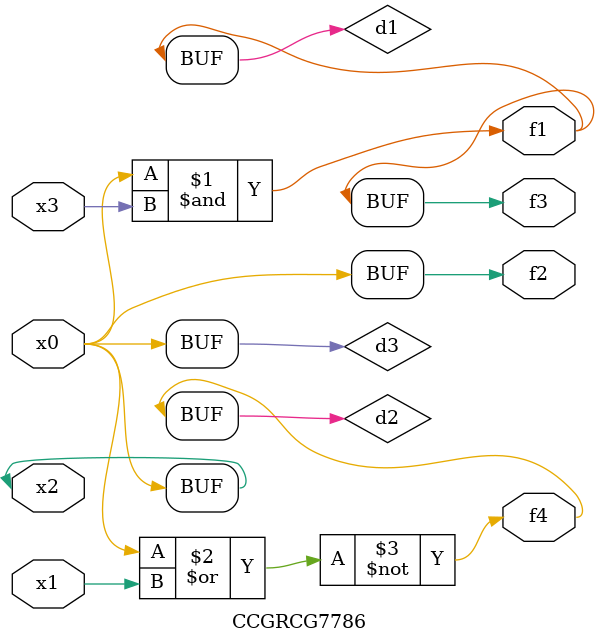
<source format=v>
module CCGRCG7786(
	input x0, x1, x2, x3,
	output f1, f2, f3, f4
);

	wire d1, d2, d3;

	and (d1, x2, x3);
	nor (d2, x0, x1);
	buf (d3, x0, x2);
	assign f1 = d1;
	assign f2 = d3;
	assign f3 = d1;
	assign f4 = d2;
endmodule

</source>
